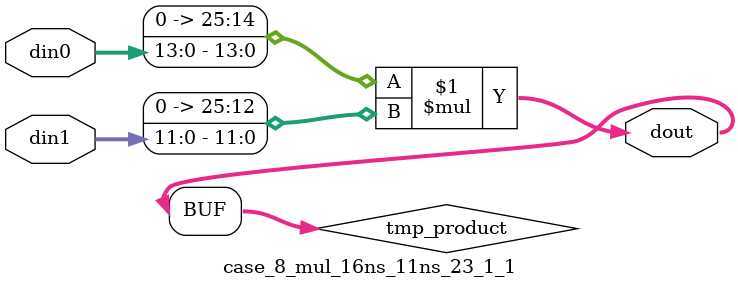
<source format=v>

`timescale 1 ns / 1 ps

 (* use_dsp = "no" *)  module case_8_mul_16ns_11ns_23_1_1(din0, din1, dout);
parameter ID = 1;
parameter NUM_STAGE = 0;
parameter din0_WIDTH = 14;
parameter din1_WIDTH = 12;
parameter dout_WIDTH = 26;

input [din0_WIDTH - 1 : 0] din0; 
input [din1_WIDTH - 1 : 0] din1; 
output [dout_WIDTH - 1 : 0] dout;

wire signed [dout_WIDTH - 1 : 0] tmp_product;
























assign tmp_product = $signed({1'b0, din0}) * $signed({1'b0, din1});











assign dout = tmp_product;





















endmodule

</source>
